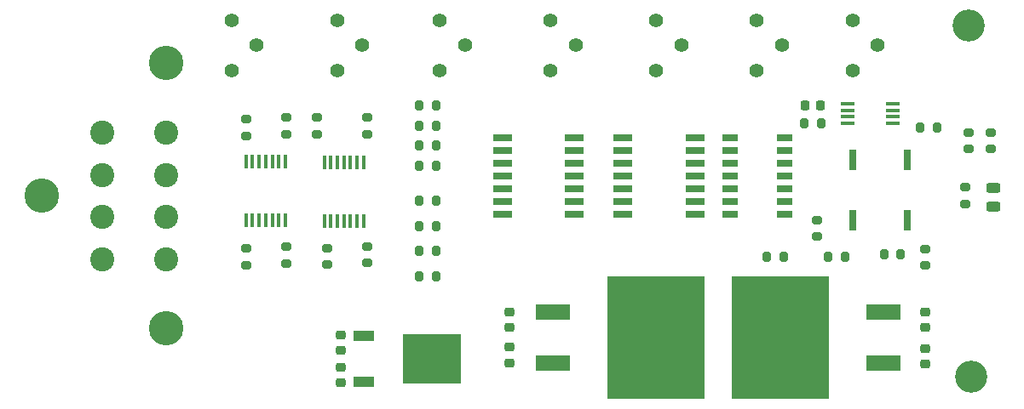
<source format=gts>
G04 #@! TF.GenerationSoftware,KiCad,Pcbnew,9.0.0*
G04 #@! TF.CreationDate,2025-04-17T12:04:22-07:00*
G04 #@! TF.ProjectId,BSPD,42535044-2e6b-4696-9361-645f70636258,rev?*
G04 #@! TF.SameCoordinates,Original*
G04 #@! TF.FileFunction,Soldermask,Top*
G04 #@! TF.FilePolarity,Negative*
%FSLAX46Y46*%
G04 Gerber Fmt 4.6, Leading zero omitted, Abs format (unit mm)*
G04 Created by KiCad (PCBNEW 9.0.0) date 2025-04-17 12:04:22*
%MOMM*%
%LPD*%
G01*
G04 APERTURE LIST*
G04 Aperture macros list*
%AMRoundRect*
0 Rectangle with rounded corners*
0 $1 Rounding radius*
0 $2 $3 $4 $5 $6 $7 $8 $9 X,Y pos of 4 corners*
0 Add a 4 corners polygon primitive as box body*
4,1,4,$2,$3,$4,$5,$6,$7,$8,$9,$2,$3,0*
0 Add four circle primitives for the rounded corners*
1,1,$1+$1,$2,$3*
1,1,$1+$1,$4,$5*
1,1,$1+$1,$6,$7*
1,1,$1+$1,$8,$9*
0 Add four rect primitives between the rounded corners*
20,1,$1+$1,$2,$3,$4,$5,0*
20,1,$1+$1,$4,$5,$6,$7,0*
20,1,$1+$1,$6,$7,$8,$9,0*
20,1,$1+$1,$8,$9,$2,$3,0*%
G04 Aperture macros list end*
%ADD10RoundRect,0.200000X-0.200000X-0.275000X0.200000X-0.275000X0.200000X0.275000X-0.200000X0.275000X0*%
%ADD11C,3.430000*%
%ADD12C,2.400000*%
%ADD13C,1.400000*%
%ADD14RoundRect,0.200000X-0.275000X0.200000X-0.275000X-0.200000X0.275000X-0.200000X0.275000X0.200000X0*%
%ADD15R,0.450000X1.475000*%
%ADD16RoundRect,0.200000X0.200000X0.275000X-0.200000X0.275000X-0.200000X-0.275000X0.200000X-0.275000X0*%
%ADD17C,3.200000*%
%ADD18RoundRect,0.225000X-0.225000X-0.250000X0.225000X-0.250000X0.225000X0.250000X-0.225000X0.250000X0*%
%ADD19R,1.825000X0.700000*%
%ADD20RoundRect,0.225000X0.250000X-0.225000X0.250000X0.225000X-0.250000X0.225000X-0.250000X-0.225000X0*%
%ADD21RoundRect,0.225000X-0.250000X0.225000X-0.250000X-0.225000X0.250000X-0.225000X0.250000X0.225000X0*%
%ADD22R,3.500000X1.600000*%
%ADD23R,9.750000X12.200000*%
%ADD24RoundRect,0.200000X0.275000X-0.200000X0.275000X0.200000X-0.275000X0.200000X-0.275000X-0.200000X0*%
%ADD25RoundRect,0.243750X0.456250X-0.243750X0.456250X0.243750X-0.456250X0.243750X-0.456250X-0.243750X0*%
%ADD26R,0.700000X2.000000*%
%ADD27R,1.475000X0.450000*%
%ADD28R,2.100000X1.000000*%
%ADD29R,5.850000X4.900000*%
%ADD30R,1.525000X0.650000*%
G04 APERTURE END LIST*
D10*
X80175000Y-107000000D03*
X81825000Y-107000000D03*
D11*
X55000000Y-123210000D03*
X42650000Y-110000000D03*
X55000000Y-96790000D03*
D12*
X55000000Y-116300000D03*
X55000000Y-112100000D03*
X55000000Y-107900000D03*
X55000000Y-103700000D03*
X48650000Y-103700000D03*
X48650000Y-107900000D03*
X48650000Y-112100000D03*
X48650000Y-116300000D03*
D10*
X80175000Y-115500000D03*
X81825000Y-115500000D03*
D13*
X113730000Y-92500000D03*
X116230000Y-95000000D03*
X113730000Y-97500000D03*
X103730000Y-92500000D03*
X106230000Y-95000000D03*
X103730000Y-97500000D03*
D14*
X71000000Y-115175000D03*
X71000000Y-116825000D03*
D15*
X62961500Y-112433250D03*
X63611500Y-112433250D03*
X64261500Y-112433250D03*
X64911500Y-112433250D03*
X65561500Y-112433250D03*
X66211500Y-112433250D03*
X66861500Y-112433250D03*
X66861500Y-106557250D03*
X66211500Y-106557250D03*
X65561500Y-106557250D03*
X64911500Y-106557250D03*
X64261500Y-106557250D03*
X63611500Y-106557250D03*
X62961500Y-106557250D03*
D16*
X116400000Y-116050000D03*
X114750000Y-116050000D03*
D14*
X137000000Y-103675000D03*
X137000000Y-105325000D03*
X63000000Y-115220250D03*
X63000000Y-116870250D03*
D17*
X135000000Y-128000000D03*
D10*
X80175000Y-113000000D03*
X81825000Y-113000000D03*
D14*
X119700000Y-112375000D03*
X119700000Y-114025000D03*
D13*
X72000000Y-92500000D03*
X74500000Y-95000000D03*
X72000000Y-97500000D03*
D17*
X134750000Y-93000000D03*
D10*
X129975000Y-103200000D03*
X131625000Y-103200000D03*
X80175000Y-103000000D03*
X81825000Y-103000000D03*
D16*
X122475000Y-116075000D03*
X120825000Y-116075000D03*
D18*
X118525000Y-101000000D03*
X120075000Y-101000000D03*
D19*
X88438000Y-104190000D03*
X88438000Y-105460000D03*
X88438000Y-106730000D03*
X88438000Y-108000000D03*
X88438000Y-109270000D03*
X88438000Y-110540000D03*
X88438000Y-111810000D03*
X95562000Y-111810000D03*
X95562000Y-110540000D03*
X95562000Y-109270000D03*
X95562000Y-108000000D03*
X95562000Y-106730000D03*
X95562000Y-105460000D03*
X95562000Y-104190000D03*
D14*
X134400000Y-109125000D03*
X134400000Y-110775000D03*
D16*
X120125000Y-102800000D03*
X118475000Y-102800000D03*
D20*
X89157000Y-126615000D03*
X89157000Y-125065000D03*
D21*
X89157000Y-121565000D03*
X89157000Y-123115000D03*
D10*
X80175000Y-118000000D03*
X81825000Y-118000000D03*
D20*
X72400000Y-128575000D03*
X72400000Y-127025000D03*
D22*
X93425000Y-121560000D03*
D23*
X103700000Y-124100000D03*
D22*
X93425000Y-126640000D03*
D14*
X67000000Y-115045250D03*
X67000000Y-116695250D03*
D21*
X72400000Y-123825000D03*
X72400000Y-125375000D03*
D10*
X80175000Y-105000000D03*
X81825000Y-105000000D03*
D13*
X93230000Y-92500000D03*
X95730000Y-95000000D03*
X93230000Y-97500000D03*
X61500000Y-92500000D03*
X64000000Y-95000000D03*
X61500000Y-97500000D03*
X123230000Y-92500000D03*
X125730000Y-95000000D03*
X123230000Y-97500000D03*
D24*
X70000000Y-103825000D03*
X70000000Y-102175000D03*
D14*
X134800000Y-103675000D03*
X134800000Y-105325000D03*
D10*
X80175000Y-101000000D03*
X81825000Y-101000000D03*
D25*
X137200000Y-111037500D03*
X137200000Y-109162500D03*
D21*
X130457000Y-121565000D03*
X130457000Y-123115000D03*
D20*
X130457000Y-126715000D03*
X130457000Y-125165000D03*
D15*
X70735500Y-112495250D03*
X71385500Y-112495250D03*
X72035500Y-112495250D03*
X72685500Y-112495250D03*
X73335500Y-112495250D03*
X73985500Y-112495250D03*
X74635500Y-112495250D03*
X74635500Y-106619250D03*
X73985500Y-106619250D03*
X73335500Y-106619250D03*
X72685500Y-106619250D03*
X72035500Y-106619250D03*
X71385500Y-106619250D03*
X70735500Y-106619250D03*
D24*
X67000000Y-103825000D03*
X67000000Y-102175000D03*
X130450000Y-116925000D03*
X130450000Y-115275000D03*
X63000000Y-104000000D03*
X63000000Y-102350000D03*
D26*
X123300000Y-112400000D03*
X128700000Y-112400000D03*
X128700000Y-106400000D03*
X123300000Y-106400000D03*
D22*
X126332000Y-126680000D03*
D23*
X116057000Y-124140000D03*
D22*
X126332000Y-121600000D03*
D14*
X75000000Y-115000000D03*
X75000000Y-116650000D03*
D10*
X80175000Y-110500000D03*
X81825000Y-110500000D03*
D13*
X82230000Y-92500000D03*
X84730000Y-95000000D03*
X82230000Y-97500000D03*
D19*
X100438000Y-104190000D03*
X100438000Y-105460000D03*
X100438000Y-106730000D03*
X100438000Y-108000000D03*
X100438000Y-109270000D03*
X100438000Y-110540000D03*
X100438000Y-111810000D03*
X107562000Y-111810000D03*
X107562000Y-110540000D03*
X107562000Y-109270000D03*
X107562000Y-108000000D03*
X107562000Y-106730000D03*
X107562000Y-105460000D03*
X107562000Y-104190000D03*
D16*
X128025000Y-115825000D03*
X126375000Y-115825000D03*
D27*
X122788000Y-100825000D03*
X122788000Y-101475000D03*
X122788000Y-102125000D03*
X122788000Y-102775000D03*
X127212000Y-102775000D03*
X127212000Y-102125000D03*
X127212000Y-101475000D03*
X127212000Y-100825000D03*
D24*
X75000000Y-103825000D03*
X75000000Y-102175000D03*
D28*
X74650000Y-123920000D03*
X74650000Y-128480000D03*
D29*
X81450000Y-126200000D03*
D30*
X111100000Y-104200000D03*
X111100000Y-105470000D03*
X111100000Y-106740000D03*
X111100000Y-108010000D03*
X111100000Y-109280000D03*
X111100000Y-110550000D03*
X111100000Y-111820000D03*
X116524000Y-111820000D03*
X116524000Y-110550000D03*
X116524000Y-109280000D03*
X116524000Y-108010000D03*
X116524000Y-106740000D03*
X116524000Y-105470000D03*
X116524000Y-104200000D03*
M02*

</source>
